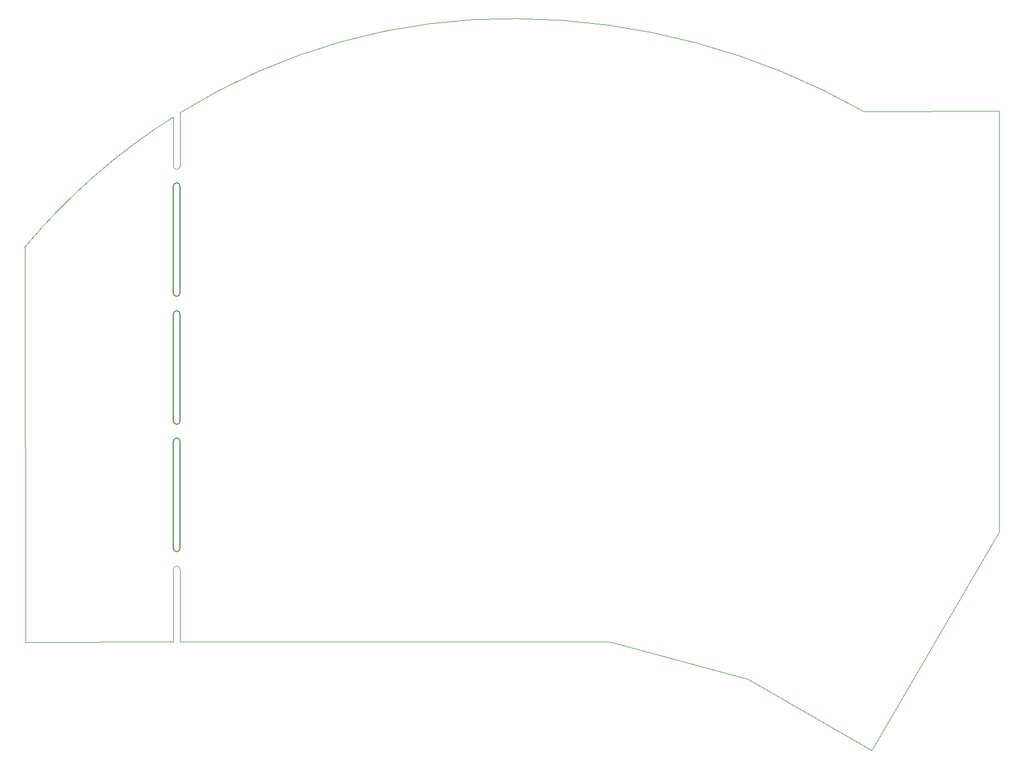
<source format=gbr>
%TF.GenerationSoftware,KiCad,Pcbnew,7.0.6*%
%TF.CreationDate,2023-08-21T12:13:53+07:00*%
%TF.ProjectId,GlupV1,476c7570-5631-42e6-9b69-6361645f7063,rev?*%
%TF.SameCoordinates,Original*%
%TF.FileFunction,Profile,NP*%
%FSLAX46Y46*%
G04 Gerber Fmt 4.6, Leading zero omitted, Abs format (unit mm)*
G04 Created by KiCad (PCBNEW 7.0.6) date 2023-08-21 12:13:53*
%MOMM*%
%LPD*%
G01*
G04 APERTURE LIST*
%TA.AperFunction,Profile*%
%ADD10C,0.100000*%
%TD*%
%TA.AperFunction,Profile*%
%ADD11C,0.150000*%
%TD*%
G04 APERTURE END LIST*
D10*
X66060000Y-109000000D02*
G75*
G03*
X65560000Y-109500001I0J-500000D01*
G01*
X168795342Y-40977298D02*
X189060000Y-40940000D01*
D11*
X65559999Y-68160001D02*
G75*
G03*
X66060000Y-68660001I500001J1D01*
G01*
D10*
X189060000Y-40940000D02*
X189080000Y-103910000D01*
X65560000Y-49180001D02*
X65560000Y-41830001D01*
D11*
X65569999Y-106360001D02*
G75*
G03*
X66070000Y-106860001I500001J1D01*
G01*
X66570000Y-90360001D02*
X66570000Y-106360001D01*
D10*
X66559999Y-109500001D02*
G75*
G03*
X66060000Y-109000001I-499999J1D01*
G01*
X65560000Y-41830003D02*
G75*
G03*
X43332789Y-61318779I51262740J-80885447D01*
G01*
D11*
X66060000Y-68660000D02*
G75*
G03*
X66560000Y-68160001I0J500000D01*
G01*
D10*
X65560000Y-109500001D02*
X65560000Y-120370000D01*
X66060000Y-49680000D02*
G75*
G03*
X66560000Y-49180001I0J500000D01*
G01*
X170040000Y-136590000D02*
X189080000Y-103910000D01*
D11*
X66070000Y-70810000D02*
G75*
G03*
X65570000Y-71310001I0J-500000D01*
G01*
D10*
X109810000Y-120340000D02*
X130810000Y-120340000D01*
D11*
X66559999Y-52160001D02*
G75*
G03*
X66060000Y-51660001I-499999J1D01*
G01*
D10*
X66560000Y-49180001D02*
X66560000Y-41190001D01*
D11*
X66569999Y-71310001D02*
G75*
G03*
X66070000Y-70810001I-499999J1D01*
G01*
D10*
X168795342Y-40977298D02*
G75*
G03*
X116917513Y-27099036I-52664122J-92961402D01*
G01*
D11*
X66570000Y-71310001D02*
X66570000Y-87310001D01*
D10*
X116917545Y-27096413D02*
G75*
G03*
X66560000Y-41190001I-1013845J-93390057D01*
G01*
X66560000Y-120370000D02*
X109810000Y-120340000D01*
X43350000Y-61680000D02*
X43410000Y-120390000D01*
D11*
X66070000Y-87810000D02*
G75*
G03*
X66570000Y-87310001I0J500000D01*
G01*
D10*
X66560000Y-109500001D02*
X66560000Y-120370000D01*
D11*
X66060000Y-51660000D02*
G75*
G03*
X65560000Y-52160001I0J-500000D01*
G01*
X65560000Y-68160001D02*
X65560000Y-52160001D01*
D10*
X151470000Y-125890000D02*
X170040000Y-136590000D01*
X65559999Y-49180001D02*
G75*
G03*
X66060000Y-49680001I500001J1D01*
G01*
D11*
X66560000Y-52160001D02*
X66560000Y-68160001D01*
D10*
X43350000Y-61680000D02*
X43332789Y-61318779D01*
D11*
X66070000Y-106860000D02*
G75*
G03*
X66570000Y-106360001I0J500000D01*
G01*
X65569999Y-87310001D02*
G75*
G03*
X66070000Y-87810001I500001J1D01*
G01*
D10*
X43410000Y-120390000D02*
X65560000Y-120370000D01*
D11*
X66070000Y-89860000D02*
G75*
G03*
X65570000Y-90360001I0J-500000D01*
G01*
D10*
X130810000Y-120340000D02*
X151470000Y-125890000D01*
D11*
X65570000Y-106360001D02*
X65570000Y-90360001D01*
X66569999Y-90360001D02*
G75*
G03*
X66070000Y-89860001I-499999J1D01*
G01*
X65570000Y-87310001D02*
X65570000Y-71310001D01*
M02*

</source>
